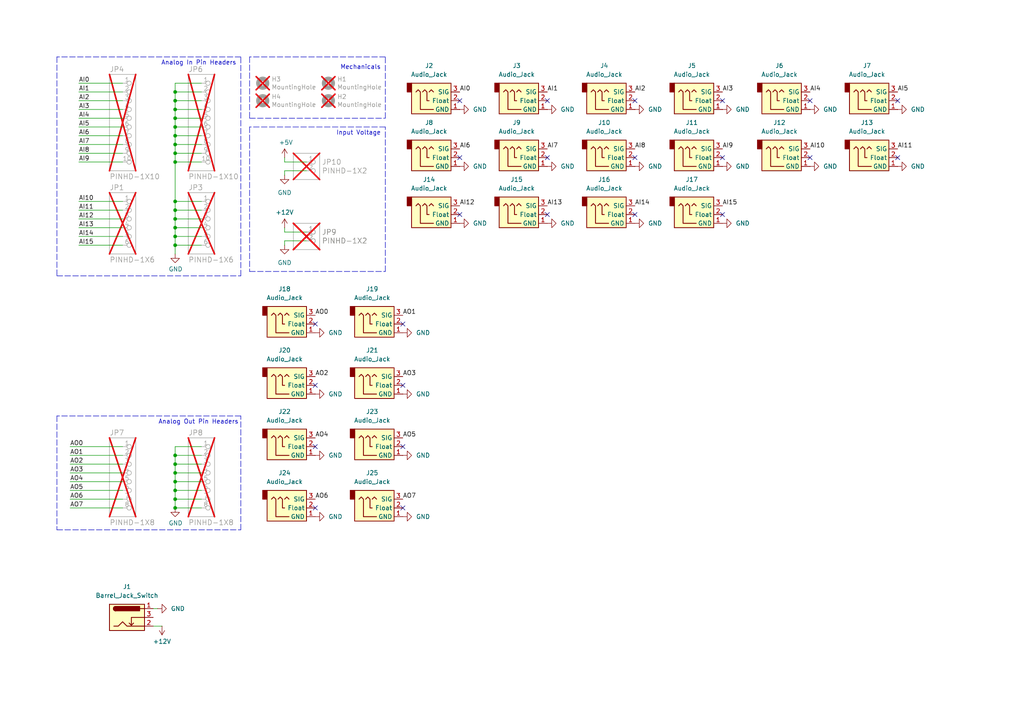
<source format=kicad_sch>
(kicad_sch (version 20250114) (generator "eeschema") (generator_version "9.0")
  (paper "A4")
  (lib_symbols
    (symbol "Connector:Barrel_Jack_Switch" (pin_names (hide yes))
      (property "Reference" "J" (at 0 5.334 0))
      (property "Value" "Barrel_Jack_Switch" (at 0 -5.08 0))
      (symbol "Barrel_Jack_Switch_0_1"
        (rectangle (start -5.08 3.81) (end 5.08 -3.81) (stroke (width 0.254)) (fill (type background)))
        (polyline (pts (xy -3.81 -2.54) (xy -2.54 -2.54) (xy -1.27 -1.27) (xy 0 -2.54) (xy 2.54 -2.54) (xy 5.08 -2.54)) (stroke (width 0.254)))
        (arc (start -3.302 1.905) (mid -3.9343 2.54) (end -3.302 3.175) (stroke (width 0.254)))
        (arc (start -3.302 1.905) (mid -3.9343 2.54) (end -3.302 3.175) (stroke (width 0.254)) (fill (type outline)))
        (polyline (pts (xy 1.27 -2.286) (xy 1.905 -1.651)) (stroke (width 0.254)))
        (rectangle (start 3.683 3.175) (end -3.302 1.905) (stroke (width 0.254)) (fill (type outline)))
        (polyline (pts (xy 5.08 2.54) (xy 3.81 2.54)) (stroke (width 0.254)))
        (polyline (pts (xy 5.08 0) (xy 1.27 0) (xy 1.27 -2.286) (xy 0.635 -1.651)) (stroke (width 0.254)))
      )
      (symbol "Barrel_Jack_Switch_1_1"
        (pin passive line (at 7.62 2.54 180) (length 2.54) (name "~") (number "1"))
        (pin passive line (at 7.62 0 180) (length 2.54) (name "~") (number "3"))
        (pin passive line (at 7.62 -2.54 180) (length 2.54) (name "~") (number "2"))
      )
    )
    (symbol "Modular Shield:MountingHole" (pin_names (offset 1.016)) (in_bom no)
      (property "Reference" "H" (at 0 5.08 0))
      (property "Value" "MountingHole" (at 0 3.175 0))
      (symbol "MountingHole_0_1"
        (circle (center 0 0) (radius 1.27) (stroke (width 1.27)))
      )
      (symbol "MountingHole_1_1"
        (pin no_connect line (at 0 0 90) (length 2.54) (hide yes) (name "") (number "1"))
      )
    )
    (symbol "Modular Shield:PINHD-1X10" (pin_names (offset 1.016))
      (property "Reference" "JP" (at -6.35 13.335 0))
      (property "Value" "PINHD-1X10" (at -6.35 -17.78 0))
      (symbol "PINHD-1X10_1_0"
        (polyline (pts (xy -6.35 12.7) (xy -6.35 -15.24)))
        (polyline (pts (xy -6.35 -15.24) (xy 1.27 -15.24)))
        (polyline (pts (xy 1.27 12.7) (xy -6.35 12.7)))
        (polyline (pts (xy 1.27 -15.24) (xy 1.27 12.7)))
        (pin passive inverted (at -2.54 10.16 0) (length 2.54) (name "1") (number "1"))
        (pin passive inverted (at -2.54 7.62 0) (length 2.54) (name "2") (number "2"))
        (pin passive inverted (at -2.54 5.08 0) (length 2.54) (name "3") (number "3"))
        (pin passive inverted (at -2.54 2.54 0) (length 2.54) (name "4") (number "4"))
        (pin passive inverted (at -2.54 0 0) (length 2.54) (name "5") (number "5"))
        (pin passive inverted (at -2.54 -2.54 0) (length 2.54) (name "6") (number "6"))
        (pin passive inverted (at -2.54 -5.08 0) (length 2.54) (name "7") (number "7"))
        (pin passive inverted (at -2.54 -7.62 0) (length 2.54) (name "8") (number "8"))
        (pin passive inverted (at -2.54 -10.16 0) (length 2.54) (name "9") (number "9"))
        (pin passive inverted (at -2.54 -12.7 0) (length 2.54) (name "10") (number "10"))
      )
    )
    (symbol "Modular Shield:PINHD-1X2" (pin_names (offset 1.016))
      (property "Reference" "JP" (at -3.81 4.445 0))
      (property "Value" "PINHD-1X2" (at -6.35 -10.16 0))
      (symbol "PINHD-1X2_1_0"
        (polyline (pts (xy -3.81 3.81) (xy -3.81 -3.81)))
        (polyline (pts (xy -3.81 -3.81) (xy 3.81 -3.81)))
        (polyline (pts (xy 3.81 3.81) (xy -3.81 3.81)))
        (polyline (pts (xy 3.81 -3.81) (xy 3.81 3.81)))
        (pin passive inverted (at 0 1.27 0) (length 2.54) (name "1") (number "1"))
        (pin passive inverted (at 0 -1.27 0) (length 2.54) (name "2") (number "2"))
      )
    )
    (symbol "Modular Shield:PINHD-1X6" (pin_names (offset 1.016))
      (property "Reference" "JP" (at -6.35 10.795 0))
      (property "Value" "PINHD-1X6" (at -6.35 -10.16 0))
      (symbol "PINHD-1X6_1_0"
        (polyline (pts (xy -6.35 10.16) (xy -6.35 -7.62)))
        (polyline (pts (xy -6.35 -7.62) (xy 1.27 -7.62)))
        (polyline (pts (xy 1.27 10.16) (xy -6.35 10.16)))
        (polyline (pts (xy 1.27 -7.62) (xy 1.27 10.16)))
        (pin passive inverted (at -2.54 7.62 0) (length 2.54) (name "1") (number "1"))
        (pin passive inverted (at -2.54 5.08 0) (length 2.54) (name "2") (number "2"))
        (pin passive inverted (at -2.54 2.54 0) (length 2.54) (name "3") (number "3"))
        (pin passive inverted (at -2.54 0 0) (length 2.54) (name "4") (number "4"))
        (pin passive inverted (at -2.54 -2.54 0) (length 2.54) (name "5") (number "5"))
        (pin passive inverted (at -2.54 -5.08 0) (length 2.54) (name "6") (number "6"))
      )
    )
    (symbol "Modular Shield:PINHD-1X8" (pin_names (offset 1.016))
      (property "Reference" "JP" (at -6.35 10.795 0))
      (property "Value" "PINHD-1X8" (at -6.35 -15.24 0))
      (symbol "PINHD-1X8_1_0"
        (polyline (pts (xy -6.35 10.16) (xy -6.35 -12.7)))
        (polyline (pts (xy -6.35 -12.7) (xy 1.27 -12.7)))
        (polyline (pts (xy 1.27 10.16) (xy -6.35 10.16)))
        (polyline (pts (xy 1.27 -12.7) (xy 1.27 10.16)))
        (pin passive inverted (at -2.54 7.62 0) (length 2.54) (name "1") (number "1"))
        (pin passive inverted (at -2.54 5.08 0) (length 2.54) (name "2") (number "2"))
        (pin passive inverted (at -2.54 2.54 0) (length 2.54) (name "3") (number "3"))
        (pin passive inverted (at -2.54 0 0) (length 2.54) (name "4") (number "4"))
        (pin passive inverted (at -2.54 -2.54 0) (length 2.54) (name "5") (number "5"))
        (pin passive inverted (at -2.54 -5.08 0) (length 2.54) (name "6") (number "6"))
        (pin passive inverted (at -2.54 -7.62 0) (length 2.54) (name "7") (number "7"))
        (pin passive inverted (at -2.54 -10.16 0) (length 2.54) (name "8") (number "8"))
      )
    )
    (symbol "mid_components:Mini_jack"
      (property "Reference" "J" (at -0.762 6.35 0))
      (symbol "Mini_jack_0_1"
        (rectangle (start -7.62 5.08) (end -6.35 2.54) (stroke (width 0.254)) (fill (type outline)))
        (rectangle (start -6.35 5.08) (end 5.08 -3.81) (stroke (width 0.254)) (fill (type background)))
        (polyline (pts (xy -3.175 2.54) (xy -2.54 3.175) (xy -1.905 2.54) (xy -1.905 0) (xy -1.27 0)) (stroke (width 0.254)))
        (polyline (pts (xy -1.27 2.54) (xy -0.635 3.175) (xy 0 2.54) (xy 0 2.54)) (stroke (width 0.254)))
        (polyline (pts (xy 0 -2.54) (xy -3.81 -2.54) (xy -3.81 2.54) (xy -4.445 3.175) (xy -5.08 2.54)) (stroke (width 0.254)))
      )
      (symbol "Mini_jack_1_1"
        (pin passive line (at 7.62 2.54 180) (length 2.54) (name "SIG") (number "3"))
        (pin passive line (at 7.62 0 180) (length 2.54) (name "Float") (number "2"))
        (pin passive line (at 7.62 -2.54 180) (length 2.54) (name "GND") (number "1"))
      )
    )
    (symbol "power:+12V" (power) (pin_numbers (hide yes)) (pin_names (offset 0) (hide yes))
      (property "Value" "+12V" (at 0 3.556 0))
      (symbol "+12V_0_1"
        (polyline (pts (xy -0.762 1.27) (xy 0 2.54)))
        (polyline (pts (xy 0 2.54) (xy 0.762 1.27)))
        (polyline (pts (xy 0 0) (xy 0 2.54)))
      )
      (symbol "+12V_1_1"
        (pin power_in line (at 0 0 90) (length 0) (name "~") (number "1"))
      )
    )
    (symbol "power:+5V" (power) (pin_numbers (hide yes)) (pin_names (offset 0) (hide yes))
      (property "Value" "+5V" (at 0 3.556 0))
      (symbol "+5V_0_1"
        (polyline (pts (xy -0.762 1.27) (xy 0 2.54)))
        (polyline (pts (xy 0 2.54) (xy 0.762 1.27)))
        (polyline (pts (xy 0 0) (xy 0 2.54)))
      )
      (symbol "+5V_1_1"
        (pin power_in line (at 0 0 90) (length 0) (name "~") (number "1"))
      )
    )
    (symbol "power:GND" (power) (pin_numbers (hide yes)) (pin_names (offset 0) (hide yes))
      (property "Value" "GND" (at 0 -3.81 0))
      (symbol "GND_0_1"
        (polyline (pts (xy 0 0) (xy 0 -1.27) (xy 1.27 -1.27) (xy 0 -2.54) (xy -1.27 -1.27) (xy 0 -1.27)))
      )
      (symbol "GND_1_1"
        (pin power_in line (at 0 0 270) (length 0) (name "~") (number "1"))
      )
    )
  )
  (text "Analog Out Pin Headers" (at 69.215 123.19 0) (effects (font (size 1.27 1.27)) (justify right bottom)))
  (text "Mechanicals" (at 110.49 20.32 0) (effects (font (size 1.27 1.27)) (justify right bottom)))
  (text "Input Voltage" (at 110.49 39.37 0) (effects (font (size 1.27 1.27)) (justify right bottom)))
  (text "Analog In Pin Headers" (at 68.58 19.05 0) (effects (font (size 1.27 1.27)) (justify right bottom)))
  (junction (at 50.8 34.29))
  (junction (at 50.8 60.96))
  (junction (at 50.8 71.12))
  (junction (at 50.8 142.24))
  (junction (at 50.8 132.08))
  (junction (at 50.8 147.32))
  (junction (at 50.8 46.99))
  (junction (at 50.8 58.42))
  (junction (at 50.8 139.7))
  (junction (at 50.8 137.16))
  (junction (at 50.8 39.37))
  (junction (at 50.8 134.62))
  (junction (at 50.8 26.67))
  (junction (at 50.8 44.45))
  (junction (at 50.8 68.58))
  (junction (at 50.8 66.04))
  (junction (at 50.8 144.78))
  (junction (at 50.8 36.83))
  (junction (at 50.8 31.75))
  (junction (at 50.8 63.5))
  (junction (at 50.8 29.21))
  (junction (at 50.8 41.91))
  (no_connect (at 91.44 93.98))
  (no_connect (at 209.55 45.72))
  (no_connect (at 158.75 29.21))
  (no_connect (at 116.84 129.54))
  (no_connect (at 184.15 45.72))
  (no_connect (at 116.84 147.32))
  (no_connect (at 91.44 147.32))
  (no_connect (at 133.35 29.21))
  (no_connect (at 116.84 111.76))
  (no_connect (at 209.55 29.21))
  (no_connect (at 133.35 62.23))
  (no_connect (at 91.44 111.76))
  (no_connect (at 234.95 45.72))
  (no_connect (at 91.44 129.54))
  (no_connect (at 184.15 29.21))
  (no_connect (at 133.35 45.72))
  (no_connect (at 116.84 93.98))
  (no_connect (at 260.35 29.21))
  (no_connect (at 260.35 45.72))
  (no_connect (at 184.15 62.23))
  (no_connect (at 158.75 45.72))
  (no_connect (at 209.55 62.23))
  (no_connect (at 234.95 29.21))
  (no_connect (at 158.75 62.23))
  (wire (pts (xy 58.42 71.12) (xy 50.8 71.12)))
  (wire (pts (xy 50.8 71.12) (xy 50.8 73.66)))
  (wire (pts (xy 50.8 46.99) (xy 50.8 44.45)))
  (wire (pts (xy 35.56 142.24) (xy 20.32 142.24)))
  (wire (pts (xy 82.55 69.85) (xy 82.55 71.12)))
  (wire (pts (xy 50.8 132.08) (xy 50.8 134.62)))
  (wire (pts (xy 50.8 46.99) (xy 50.8 58.42)))
  (wire (pts (xy 58.42 26.67) (xy 50.8 26.67)))
  (polyline (pts (xy 72.39 34.29) (xy 111.76 34.29)) (stroke (width 0) (type dash)))
  (wire (pts (xy 50.8 68.58) (xy 50.8 66.04)))
  (wire (pts (xy 35.56 68.58) (xy 22.86 68.58)))
  (wire (pts (xy 50.8 41.91) (xy 50.8 39.37)))
  (wire (pts (xy 50.8 144.78) (xy 50.8 147.32)))
  (wire (pts (xy 82.55 49.53) (xy 82.55 50.8)))
  (wire (pts (xy 50.8 139.7) (xy 50.8 142.24)))
  (wire (pts (xy 50.8 129.54) (xy 50.8 132.08)))
  (wire (pts (xy 50.8 66.04) (xy 50.8 63.5)))
  (wire (pts (xy 35.56 63.5) (xy 22.86 63.5)))
  (wire (pts (xy 35.56 71.12) (xy 22.86 71.12)))
  (wire (pts (xy 35.56 41.91) (xy 22.86 41.91)))
  (polyline (pts (xy 111.76 16.51) (xy 72.39 16.51)) (stroke (width 0) (type dash)))
  (wire (pts (xy 45.72 176.53) (xy 44.45 176.53)))
  (wire (pts (xy 35.56 147.32) (xy 20.32 147.32)))
  (wire (pts (xy 35.56 66.04) (xy 22.86 66.04)))
  (wire (pts (xy 35.56 24.13) (xy 22.86 24.13)))
  (polyline (pts (xy 111.76 36.83) (xy 72.39 36.83)) (stroke (width 0) (type dash)))
  (wire (pts (xy 58.42 39.37) (xy 50.8 39.37)))
  (polyline (pts (xy 16.51 153.67) (xy 69.85 153.67)) (stroke (width 0) (type dash)))
  (wire (pts (xy 35.56 29.21) (xy 22.86 29.21)))
  (wire (pts (xy 58.42 68.58) (xy 50.8 68.58)))
  (wire (pts (xy 88.9 67.31) (xy 82.55 67.31)))
  (wire (pts (xy 50.8 60.96) (xy 50.8 58.42)))
  (wire (pts (xy 58.42 34.29) (xy 50.8 34.29)))
  (polyline (pts (xy 111.76 78.74) (xy 111.76 36.83)) (stroke (width 0) (type dash)))
  (polyline (pts (xy 72.39 36.83) (xy 72.39 78.74)) (stroke (width 0) (type dash)))
  (wire (pts (xy 35.56 132.08) (xy 20.32 132.08)))
  (wire (pts (xy 58.42 147.32) (xy 50.8 147.32)))
  (wire (pts (xy 50.8 29.21) (xy 50.8 26.67)))
  (wire (pts (xy 35.56 58.42) (xy 22.86 58.42)))
  (wire (pts (xy 58.42 44.45) (xy 50.8 44.45)))
  (wire (pts (xy 50.8 39.37) (xy 50.8 36.83)))
  (wire (pts (xy 58.42 142.24) (xy 50.8 142.24)))
  (wire (pts (xy 50.8 26.67) (xy 50.8 24.13)))
  (wire (pts (xy 50.8 31.75) (xy 50.8 29.21)))
  (wire (pts (xy 82.55 46.99) (xy 82.55 45.72)))
  (wire (pts (xy 58.42 41.91) (xy 50.8 41.91)))
  (wire (pts (xy 58.42 46.99) (xy 50.8 46.99)))
  (wire (pts (xy 35.56 139.7) (xy 20.32 139.7)))
  (wire (pts (xy 35.56 39.37) (xy 22.86 39.37)))
  (wire (pts (xy 35.56 26.67) (xy 22.86 26.67)))
  (polyline (pts (xy 72.39 78.74) (xy 111.76 78.74)) (stroke (width 0) (type dash)))
  (wire (pts (xy 35.56 137.16) (xy 20.32 137.16)))
  (polyline (pts (xy 16.51 80.01) (xy 69.85 80.01)) (stroke (width 0) (type dash)))
  (wire (pts (xy 50.8 71.12) (xy 50.8 68.58)))
  (polyline (pts (xy 69.85 153.67) (xy 69.85 120.65)) (stroke (width 0) (type dash)))
  (wire (pts (xy 58.42 60.96) (xy 50.8 60.96)))
  (wire (pts (xy 58.42 63.5) (xy 50.8 63.5)))
  (wire (pts (xy 50.8 142.24) (xy 50.8 144.78)))
  (polyline (pts (xy 16.51 16.51) (xy 16.51 80.01)) (stroke (width 0) (type dash)))
  (wire (pts (xy 50.8 44.45) (xy 50.8 41.91)))
  (wire (pts (xy 58.42 24.13) (xy 50.8 24.13)))
  (wire (pts (xy 58.42 144.78) (xy 50.8 144.78)))
  (wire (pts (xy 88.9 46.99) (xy 82.55 46.99)))
  (wire (pts (xy 35.56 34.29) (xy 22.86 34.29)))
  (wire (pts (xy 82.55 67.31) (xy 82.55 66.04)))
  (wire (pts (xy 58.42 58.42) (xy 50.8 58.42)))
  (wire (pts (xy 58.42 134.62) (xy 50.8 134.62)))
  (wire (pts (xy 35.56 144.78) (xy 20.32 144.78)))
  (wire (pts (xy 46.99 181.61) (xy 44.45 181.61)))
  (wire (pts (xy 35.56 44.45) (xy 22.86 44.45)))
  (polyline (pts (xy 69.85 16.51) (xy 16.51 16.51)) (stroke (width 0) (type dash)))
  (wire (pts (xy 35.56 36.83) (xy 22.86 36.83)))
  (wire (pts (xy 35.56 129.54) (xy 20.32 129.54)))
  (wire (pts (xy 58.42 36.83) (xy 50.8 36.83)))
  (wire (pts (xy 58.42 137.16) (xy 50.8 137.16)))
  (wire (pts (xy 50.8 134.62) (xy 50.8 137.16)))
  (polyline (pts (xy 72.39 16.51) (xy 72.39 34.29)) (stroke (width 0) (type dash)))
  (polyline (pts (xy 69.85 120.65) (xy 16.51 120.65)) (stroke (width 0) (type dash)))
  (polyline (pts (xy 69.85 80.01) (xy 69.85 16.51)) (stroke (width 0) (type dash)))
  (wire (pts (xy 50.8 34.29) (xy 50.8 31.75)))
  (wire (pts (xy 58.42 132.08) (xy 50.8 132.08)))
  (wire (pts (xy 58.42 129.54) (xy 50.8 129.54)))
  (wire (pts (xy 58.42 66.04) (xy 50.8 66.04)))
  (polyline (pts (xy 111.76 34.29) (xy 111.76 16.51)) (stroke (width 0) (type dash)))
  (wire (pts (xy 58.42 139.7) (xy 50.8 139.7)))
  (wire (pts (xy 58.42 29.21) (xy 50.8 29.21)))
  (wire (pts (xy 88.9 69.85) (xy 82.55 69.85)))
  (wire (pts (xy 88.9 49.53) (xy 82.55 49.53)))
  (wire (pts (xy 35.56 46.99) (xy 22.86 46.99)))
  (wire (pts (xy 58.42 31.75) (xy 50.8 31.75)))
  (wire (pts (xy 35.56 31.75) (xy 22.86 31.75)))
  (wire (pts (xy 50.8 137.16) (xy 50.8 139.7)))
  (wire (pts (xy 50.8 36.83) (xy 50.8 34.29)))
  (wire (pts (xy 50.8 63.5) (xy 50.8 60.96)))
  (wire (pts (xy 35.56 60.96) (xy 22.86 60.96)))
  (wire (pts (xy 35.56 134.62) (xy 20.32 134.62)))
  (polyline (pts (xy 16.51 120.65) (xy 16.51 153.67)) (stroke (width 0) (type dash)))
  (label "AI3" (at 22.86 31.75 0))
  (label "AO6" (at 20.32 144.78 0))
  (label "AO1" (at 20.32 132.08 0))
  (label "AI1" (at 22.86 26.67 0))
  (label "AI7" (at 22.86 41.91 0))
  (label "AI7" (at 158.75 43.18 0))
  (label "AI9" (at 209.55 43.18 0))
  (label "AI5" (at 260.35 26.67 0))
  (label "AI4" (at 234.95 26.67 0))
  (label "AI8" (at 22.86 44.45 0))
  (label "AO3" (at 20.32 137.16 0))
  (label "AI4" (at 22.86 34.29 0))
  (label "AI13" (at 158.75 59.69 0))
  (label "AO2" (at 91.44 109.22 0))
  (label "AI0" (at 133.35 26.67 0))
  (label "AI14" (at 184.15 59.69 0))
  (label "AI3" (at 209.55 26.67 0))
  (label "AO1" (at 116.84 91.44 0))
  (label "AO0" (at 20.32 129.54 0))
  (label "AO3" (at 116.84 109.22 0))
  (label "AI14" (at 22.86 68.58 0))
  (label "AO5" (at 116.84 127 0))
  (label "AO4" (at 20.32 139.7 0))
  (label "AI10" (at 22.86 58.42 0))
  (label "AI12" (at 133.35 59.69 0))
  (label "AI2" (at 184.15 26.67 0))
  (label "AI8" (at 184.15 43.18 0))
  (label "AO7" (at 116.84 144.78 0))
  (label "AI0" (at 22.86 24.13 0))
  (label "AO0" (at 91.44 91.44 0))
  (label "AI10" (at 234.95 43.18 0))
  (label "AO7" (at 20.32 147.32 0))
  (label "AI11" (at 260.35 43.18 0))
  (label "AO6" (at 91.44 144.78 0))
  (label "AO4" (at 91.44 127 0))
  (label "AI12" (at 22.86 63.5 0))
  (label "AO2" (at 20.32 134.62 0))
  (label "AI15" (at 22.86 71.12 0))
  (label "AI6" (at 133.35 43.18 0))
  (label "AI6" (at 22.86 39.37 0))
  (label "AI11" (at 22.86 60.96 0))
  (label "AI1" (at 158.75 26.67 0))
  (label "AI15" (at 209.55 59.69 0))
  (label "AI9" (at 22.86 46.99 0))
  (label "AI2" (at 22.86 29.21 0))
  (label "AO5" (at 20.32 142.24 0))
  (label "AI13" (at 22.86 66.04 0))
  (label "AI5" (at 22.86 36.83 0))
  (symbol (lib_id "Modular Shield:PINHD-1X10") (at 38.1 34.29 0) (unit 1) (in_bom no) (dnp yes)
    (property "Reference" "JP4" (at 31.75 20.955 0) (effects (font (size 1.4986 1.4986)) (justify left bottom)))
    (property "Value" "PINHD-1X10" (at 31.75 52.07 0) (effects (font (size 1.4986 1.4986)) (justify left bottom)))
    (property "Footprint" "Modular Shield:1X10-BIG" (effects (hide yes)))
  )
  (symbol (lib_id "Modular Shield:PINHD-1X6") (at 60.96 66.04 0) (unit 1) (in_bom no) (dnp yes)
    (property "Reference" "JP3" (at 54.61 55.245 0) (effects (font (size 1.4986 1.4986)) (justify left bottom)))
    (property "Value" "PINHD-1X6" (at 54.61 76.2 0) (effects (font (size 1.4986 1.4986)) (justify left bottom)))
    (property "Footprint" "Modular Shield:1X06-BIG" (effects (hide yes)))
  )
  (symbol (lib_id "Modular Shield:MountingHole") (at 95.25 24.13 0) (unit 1) (in_bom no) (dnp yes)
    (property "Reference" "H1" (at 97.79 22.9616 0) (effects (justify left)))
    (property "Value" "MountingHole" (at 97.79 25.273 0) (effects (justify left)))
    (property "Footprint" "Modular Shield:MountingHole_2.7mm_M2.5" (effects (hide yes)))
    (property "Description" "Mounting Hole without connection" (effects (hide yes)))
  )
  (symbol (lib_id "Modular Shield:MountingHole") (at 95.25 29.21 0) (unit 1) (in_bom no) (dnp yes)
    (property "Reference" "H2" (at 97.79 28.0416 0) (effects (justify left)))
    (property "Value" "MountingHole" (at 97.79 30.353 0) (effects (justify left)))
    (property "Footprint" "Modular Shield:MountingHole_2.7mm_M2.5" (effects (hide yes)))
    (property "Description" "Mounting Hole without connection" (effects (hide yes)))
  )
  (symbol (lib_id "Modular Shield:MountingHole") (at 76.2 24.13 0) (unit 1) (in_bom no) (dnp yes)
    (property "Reference" "H3" (at 78.74 22.9616 0) (effects (justify left)))
    (property "Value" "MountingHole" (at 78.74 25.273 0) (effects (justify left)))
    (property "Footprint" "Modular Shield:MountingHole_2.7mm_M2.5" (effects (hide yes)))
    (property "Description" "Mounting Hole without connection" (effects (hide yes)))
  )
  (symbol (lib_id "Modular Shield:MountingHole") (at 76.2 29.21 0) (unit 1) (in_bom no) (dnp yes)
    (property "Reference" "H4" (at 78.74 28.0416 0) (effects (justify left)))
    (property "Value" "MountingHole" (at 78.74 30.353 0) (effects (justify left)))
    (property "Footprint" "Modular Shield:MountingHole_2.7mm_M2.5" (effects (hide yes)))
    (property "Description" "Mounting Hole without connection" (effects (hide yes)))
  )
  (symbol (lib_id "power:GND") (at 50.8 73.66 0) (unit 1)
    (property "Reference" "#PWR0110" (effects (hide yes)))
    (property "Value" "GND" (at 50.927 78.0542 0))
    (property "Description" "Power symbol creates a global label with name \"GND\" , ground" (effects (hide yes)))
  )
  (symbol (lib_id "Modular Shield:PINHD-1X10") (at 60.96 34.29 0) (unit 1) (in_bom no) (dnp yes)
    (property "Reference" "JP6" (at 54.61 20.955 0) (effects (font (size 1.4986 1.4986)) (justify left bottom)))
    (property "Value" "PINHD-1X10" (at 54.61 52.07 0) (effects (font (size 1.4986 1.4986)) (justify left bottom)))
    (property "Footprint" "Modular Shield:1X10-BIG" (effects (hide yes)))
  )
  (symbol (lib_id "Modular Shield:PINHD-1X6") (at 38.1 66.04 0) (unit 1) (in_bom no) (dnp yes)
    (property "Reference" "JP1" (at 31.75 55.245 0) (effects (font (size 1.4986 1.4986)) (justify left bottom)))
    (property "Value" "PINHD-1X6" (at 31.75 76.2 0) (effects (font (size 1.4986 1.4986)) (justify left bottom)))
    (property "Footprint" "Modular Shield:1X06-BIG" (effects (hide yes)))
  )
  (symbol (lib_id "mid_components:Mini_jack") (at 83.82 147.32 0) (unit 1)
    (property "Reference" "J24" (at 82.55 137.16 0))
    (property "Value" "Audio_Jack" (at 82.55 139.7 0))
    (property "Footprint" "Mid_board:Mini_Jack" (effects (hide yes)))
  )
  (symbol (lib_id "power:GND") (at 116.84 114.3 90) (unit 1)
    (property "Reference" "#PWR022" (effects (hide yes)))
    (property "Value" "GND" (at 120.65 114.2999 90) (effects (justify right)))
    (property "Description" "Power symbol creates a global label with name \"GND\" , ground" (effects (hide yes)))
  )
  (symbol (lib_id "mid_components:Mini_jack") (at 201.93 62.23 0) (unit 1)
    (property "Reference" "J17" (at 200.66 52.07 0))
    (property "Value" "Audio_Jack" (at 200.66 54.61 0))
    (property "Footprint" "Mid_board:Mini_Jack" (effects (hide yes)))
  )
  (symbol (lib_id "power:GND") (at 260.35 48.26 90) (unit 1)
    (property "Reference" "#PWR014" (effects (hide yes)))
    (property "Value" "GND" (at 264.16 48.2599 90) (effects (justify right)))
    (property "Description" "Power symbol creates a global label with name \"GND\" , ground" (effects (hide yes)))
  )
  (symbol (lib_id "power:GND") (at 184.15 64.77 90) (unit 1)
    (property "Reference" "#PWR017" (effects (hide yes)))
    (property "Value" "GND" (at 187.96 64.7699 90) (effects (justify right)))
    (property "Description" "Power symbol creates a global label with name \"GND\" , ground" (effects (hide yes)))
  )
  (symbol (lib_id "power:GND") (at 209.55 48.26 90) (unit 1)
    (property "Reference" "#PWR012" (effects (hide yes)))
    (property "Value" "GND" (at 213.36 48.2599 90) (effects (justify right)))
    (property "Description" "Power symbol creates a global label with name \"GND\" , ground" (effects (hide yes)))
  )
  (symbol (lib_id "power:GND") (at 184.15 48.26 90) (unit 1)
    (property "Reference" "#PWR011" (effects (hide yes)))
    (property "Value" "GND" (at 187.96 48.2599 90) (effects (justify right)))
    (property "Description" "Power symbol creates a global label with name \"GND\" , ground" (effects (hide yes)))
  )
  (symbol (lib_id "mid_components:Mini_jack") (at 151.13 62.23 0) (unit 1)
    (property "Reference" "J15" (at 149.86 52.07 0))
    (property "Value" "Audio_Jack" (at 149.86 54.61 0))
    (property "Footprint" "Mid_board:Mini_Jack" (effects (hide yes)))
  )
  (symbol (lib_id "mid_components:Mini_jack") (at 83.82 93.98 0) (unit 1)
    (property "Reference" "J18" (at 82.55 83.82 0))
    (property "Value" "Audio_Jack" (at 82.55 86.36 0))
    (property "Footprint" "Mid_board:Mini_Jack" (effects (hide yes)))
  )
  (symbol (lib_id "Modular Shield:PINHD-1X8") (at 38.1 137.16 0) (unit 1) (in_bom no) (dnp yes)
    (property "Reference" "JP7" (at 31.75 126.365 0) (effects (font (size 1.4986 1.4986)) (justify left bottom)))
    (property "Value" "PINHD-1X8" (at 31.75 152.4 0) (effects (font (size 1.4986 1.4986)) (justify left bottom)))
    (property "Footprint" "Modular Shield:1X08-BIG" (effects (hide yes)))
  )
  (symbol (lib_id "mid_components:Mini_jack") (at 227.33 45.72 0) (unit 1)
    (property "Reference" "J12" (at 226.06 35.56 0))
    (property "Value" "Audio_Jack" (at 226.06 38.1 0))
    (property "Footprint" "Mid_board:Mini_Jack" (effects (hide yes)))
  )
  (symbol (lib_id "mid_components:Mini_jack") (at 109.22 93.98 0) (unit 1)
    (property "Reference" "J19" (at 107.95 83.82 0))
    (property "Value" "Audio_Jack" (at 107.95 86.36 0))
    (property "Footprint" "Mid_board:Mini_Jack" (effects (hide yes)))
  )
  (symbol (lib_id "mid_components:Mini_jack") (at 252.73 29.21 0) (unit 1)
    (property "Reference" "J7" (at 251.46 19.05 0))
    (property "Value" "Audio_Jack" (at 251.46 21.59 0))
    (property "Footprint" "Mid_board:Mini_Jack" (effects (hide yes)))
  )
  (symbol (lib_id "power:GND") (at 45.72 176.53 90) (unit 1)
    (property "Reference" "#PWR01" (effects (hide yes)))
    (property "Value" "GND" (at 49.53 176.5299 90) (effects (justify right)))
    (property "Description" "Power symbol creates a global label with name \"GND\" , ground" (effects (hide yes)))
  )
  (symbol (lib_id "mid_components:Mini_jack") (at 176.53 45.72 0) (unit 1)
    (property "Reference" "J10" (at 175.26 35.56 0))
    (property "Value" "Audio_Jack" (at 175.26 38.1 0))
    (property "Footprint" "Mid_board:Mini_Jack" (effects (hide yes)))
  )
  (symbol (lib_id "Modular Shield:PINHD-1X2") (at 88.9 68.58 0) (unit 1) (dnp yes)
    (property "Reference" "JP9" (at 93.345 67.3099 0) (effects (font (size 1.4986 1.4986)) (justify left)))
    (property "Value" "PINHD-1X2" (at 93.345 69.8499 0) (effects (font (size 1.4986 1.4986)) (justify left)))
    (property "Footprint" "Modular Shield:1X02-BIG" (effects (hide yes)))
  )
  (symbol (lib_id "power:GND") (at 82.55 71.12 0) (unit 1)
    (property "Reference" "#PWR032" (effects (hide yes)))
    (property "Value" "GND" (at 82.55 76.2 0))
    (property "Description" "Power symbol creates a global label with name \"GND\" , ground" (effects (hide yes)))
  )
  (symbol (lib_id "mid_components:Mini_jack") (at 201.93 29.21 0) (unit 1)
    (property "Reference" "J5" (at 200.66 19.05 0))
    (property "Value" "Audio_Jack" (at 200.66 21.59 0))
    (property "Footprint" "Mid_board:Mini_Jack" (effects (hide yes)))
  )
  (symbol (lib_id "power:GND") (at 184.15 31.75 90) (unit 1)
    (property "Reference" "#PWR05" (effects (hide yes)))
    (property "Value" "GND" (at 187.96 31.7499 90) (effects (justify right)))
    (property "Description" "Power symbol creates a global label with name \"GND\" , ground" (effects (hide yes)))
  )
  (symbol (lib_id "power:GND") (at 91.44 96.52 90) (unit 1)
    (property "Reference" "#PWR019" (effects (hide yes)))
    (property "Value" "GND" (at 95.25 96.5199 90) (effects (justify right)))
    (property "Description" "Power symbol creates a global label with name \"GND\" , ground" (effects (hide yes)))
  )
  (symbol (lib_id "mid_components:Mini_jack") (at 151.13 29.21 0) (unit 1)
    (property "Reference" "J3" (at 149.86 19.05 0))
    (property "Value" "Audio_Jack" (at 149.86 21.59 0))
    (property "Footprint" "Mid_board:Mini_Jack" (effects (hide yes)))
  )
  (symbol (lib_id "power:GND") (at 158.75 48.26 90) (unit 1)
    (property "Reference" "#PWR010" (effects (hide yes)))
    (property "Value" "GND" (at 162.56 48.2599 90) (effects (justify right)))
    (property "Description" "Power symbol creates a global label with name \"GND\" , ground" (effects (hide yes)))
  )
  (symbol (lib_id "mid_components:Mini_jack") (at 227.33 29.21 0) (unit 1)
    (property "Reference" "J6" (at 226.06 19.05 0))
    (property "Value" "Audio_Jack" (at 226.06 21.59 0))
    (property "Footprint" "Mid_board:Mini_Jack" (effects (hide yes)))
  )
  (symbol (lib_id "power:GND") (at 133.35 48.26 90) (unit 1)
    (property "Reference" "#PWR09" (effects (hide yes)))
    (property "Value" "GND" (at 137.16 48.2599 90) (effects (justify right)))
    (property "Description" "Power symbol creates a global label with name \"GND\" , ground" (effects (hide yes)))
  )
  (symbol (lib_id "mid_components:Mini_jack") (at 83.82 129.54 0) (unit 1)
    (property "Reference" "J22" (at 82.55 119.38 0))
    (property "Value" "Audio_Jack" (at 82.55 121.92 0))
    (property "Footprint" "Mid_board:Mini_Jack" (effects (hide yes)))
  )
  (symbol (lib_id "power:GND") (at 133.35 64.77 90) (unit 1)
    (property "Reference" "#PWR015" (effects (hide yes)))
    (property "Value" "GND" (at 137.16 64.7699 90) (effects (justify right)))
    (property "Description" "Power symbol creates a global label with name \"GND\" , ground" (effects (hide yes)))
  )
  (symbol (lib_id "power:GND") (at 234.95 48.26 90) (unit 1)
    (property "Reference" "#PWR013" (effects (hide yes)))
    (property "Value" "GND" (at 238.76 48.2599 90) (effects (justify right)))
    (property "Description" "Power symbol creates a global label with name \"GND\" , ground" (effects (hide yes)))
  )
  (symbol (lib_id "power:GND") (at 116.84 132.08 90) (unit 1)
    (property "Reference" "#PWR024" (effects (hide yes)))
    (property "Value" "GND" (at 120.65 132.0799 90) (effects (justify right)))
    (property "Description" "Power symbol creates a global label with name \"GND\" , ground" (effects (hide yes)))
  )
  (symbol (lib_id "power:GND") (at 209.55 64.77 90) (unit 1)
    (property "Reference" "#PWR018" (effects (hide yes)))
    (property "Value" "GND" (at 213.36 64.7699 90) (effects (justify right)))
    (property "Description" "Power symbol creates a global label with name \"GND\" , ground" (effects (hide yes)))
  )
  (symbol (lib_id "power:GND") (at 234.95 31.75 90) (unit 1)
    (property "Reference" "#PWR07" (effects (hide yes)))
    (property "Value" "GND" (at 238.76 31.7499 90) (effects (justify right)))
    (property "Description" "Power symbol creates a global label with name \"GND\" , ground" (effects (hide yes)))
  )
  (symbol (lib_id "power:+5V") (at 82.55 45.72 0) (unit 1)
    (property "Reference" "#PWR028" (effects (hide yes)))
    (property "Value" "+5V" (at 82.931 41.3258 0))
    (property "Description" "Power symbol creates a global label with name \"+5V\"" (effects (hide yes)))
  )
  (symbol (lib_id "mid_components:Mini_jack") (at 176.53 62.23 0) (unit 1)
    (property "Reference" "J16" (at 175.26 52.07 0))
    (property "Value" "Audio_Jack" (at 175.26 54.61 0))
    (property "Footprint" "Mid_board:Mini_Jack" (effects (hide yes)))
  )
  (symbol (lib_id "mid_components:Mini_jack") (at 176.53 29.21 0) (unit 1)
    (property "Reference" "J4" (at 175.26 19.05 0))
    (property "Value" "Audio_Jack" (at 175.26 21.59 0))
    (property "Footprint" "Mid_board:Mini_Jack" (effects (hide yes)))
  )
  (symbol (lib_id "mid_components:Mini_jack") (at 201.93 45.72 0) (unit 1)
    (property "Reference" "J11" (at 200.66 35.56 0))
    (property "Value" "Audio_Jack" (at 200.66 38.1 0))
    (property "Footprint" "Mid_board:Mini_Jack" (effects (hide yes)))
  )
  (symbol (lib_id "Connector:Barrel_Jack_Switch") (at 36.83 179.07 0) (unit 1)
    (property "Reference" "J1" (at 36.83 170.18 0))
    (property "Value" "Barrel_Jack_Switch" (at 36.83 172.72 0))
    (property "Footprint" "Mid_board:DC_Jack_2.1" (effects (hide yes)))
    (property "Description" "DC Barrel Jack with an internal switch" (effects (hide yes)))
  )
  (symbol (lib_id "Modular Shield:PINHD-1X8") (at 60.96 137.16 0) (unit 1) (in_bom no) (dnp yes)
    (property "Reference" "JP8" (at 54.61 126.365 0) (effects (font (size 1.4986 1.4986)) (justify left bottom)))
    (property "Value" "PINHD-1X8" (at 54.61 152.4 0) (effects (font (size 1.4986 1.4986)) (justify left bottom)))
    (property "Footprint" "Modular Shield:1X08-BIG" (effects (hide yes)))
  )
  (symbol (lib_id "power:GND") (at 260.35 31.75 90) (unit 1)
    (property "Reference" "#PWR08" (effects (hide yes)))
    (property "Value" "GND" (at 264.16 31.7499 90) (effects (justify right)))
    (property "Description" "Power symbol creates a global label with name \"GND\" , ground" (effects (hide yes)))
  )
  (symbol (lib_id "power:GND") (at 50.8 147.32 0) (unit 1)
    (property "Reference" "#PWR027" (effects (hide yes)))
    (property "Value" "GND" (at 50.927 151.7142 0))
    (property "Description" "Power symbol creates a global label with name \"GND\" , ground" (effects (hide yes)))
  )
  (symbol (lib_id "power:GND") (at 133.35 31.75 90) (unit 1)
    (property "Reference" "#PWR03" (effects (hide yes)))
    (property "Value" "GND" (at 137.16 31.7499 90) (effects (justify right)))
    (property "Description" "Power symbol creates a global label with name \"GND\" , ground" (effects (hide yes)))
  )
  (symbol (lib_id "power:GND") (at 91.44 114.3 90) (unit 1)
    (property "Reference" "#PWR021" (effects (hide yes)))
    (property "Value" "GND" (at 95.25 114.2999 90) (effects (justify right)))
    (property "Description" "Power symbol creates a global label with name \"GND\" , ground" (effects (hide yes)))
  )
  (symbol (lib_id "power:GND") (at 158.75 31.75 90) (unit 1)
    (property "Reference" "#PWR04" (effects (hide yes)))
    (property "Value" "GND" (at 162.56 31.7499 90) (effects (justify right)))
    (property "Description" "Power symbol creates a global label with name \"GND\" , ground" (effects (hide yes)))
  )
  (symbol (lib_id "power:GND") (at 158.75 64.77 90) (unit 1)
    (property "Reference" "#PWR016" (effects (hide yes)))
    (property "Value" "GND" (at 162.56 64.7699 90) (effects (justify right)))
    (property "Description" "Power symbol creates a global label with name \"GND\" , ground" (effects (hide yes)))
  )
  (symbol (lib_id "power:GND") (at 116.84 149.86 90) (unit 1)
    (property "Reference" "#PWR026" (effects (hide yes)))
    (property "Value" "GND" (at 120.65 149.8599 90) (effects (justify right)))
    (property "Description" "Power symbol creates a global label with name \"GND\" , ground" (effects (hide yes)))
  )
  (symbol (lib_id "mid_components:Mini_jack") (at 83.82 111.76 0) (unit 1)
    (property "Reference" "J20" (at 82.55 101.6 0))
    (property "Value" "Audio_Jack" (at 82.55 104.14 0))
    (property "Footprint" "Mid_board:Mini_Jack" (effects (hide yes)))
  )
  (symbol (lib_id "mid_components:Mini_jack") (at 109.22 111.76 0) (unit 1)
    (property "Reference" "J21" (at 107.95 101.6 0))
    (property "Value" "Audio_Jack" (at 107.95 104.14 0))
    (property "Footprint" "Mid_board:Mini_Jack" (effects (hide yes)))
  )
  (symbol (lib_id "power:GND") (at 91.44 132.08 90) (unit 1)
    (property "Reference" "#PWR023" (effects (hide yes)))
    (property "Value" "GND" (at 95.25 132.0799 90) (effects (justify right)))
    (property "Description" "Power symbol creates a global label with name \"GND\" , ground" (effects (hide yes)))
  )
  (symbol (lib_id "mid_components:Mini_jack") (at 125.73 45.72 0) (unit 1)
    (property "Reference" "J8" (at 124.46 35.56 0))
    (property "Value" "Audio_Jack" (at 124.46 38.1 0))
    (property "Footprint" "Mid_board:Mini_Jack" (effects (hide yes)))
  )
  (symbol (lib_id "power:+12V") (at 46.99 181.61 180) (unit 1)
    (property "Reference" "#PWR02" (effects (hide yes)))
    (property "Value" "+12V" (at 46.99 186.055 0))
    (property "Description" "Power symbol creates a global label with name \"+12V\"" (effects (hide yes)))
  )
  (symbol (lib_id "power:GND") (at 209.55 31.75 90) (unit 1)
    (property "Reference" "#PWR06" (effects (hide yes)))
    (property "Value" "GND" (at 213.36 31.7499 90) (effects (justify right)))
    (property "Description" "Power symbol creates a global label with name \"GND\" , ground" (effects (hide yes)))
  )
  (symbol (lib_id "power:GND") (at 116.84 96.52 90) (unit 1)
    (property "Reference" "#PWR020" (effects (hide yes)))
    (property "Value" "GND" (at 120.65 96.5199 90) (effects (justify right)))
    (property "Description" "Power symbol creates a global label with name \"GND\" , ground" (effects (hide yes)))
  )
  (symbol (lib_id "mid_components:Mini_jack") (at 109.22 147.32 0) (unit 1)
    (property "Reference" "J25" (at 107.95 137.16 0))
    (property "Value" "Audio_Jack" (at 107.95 139.7 0))
    (property "Footprint" "Mid_board:Mini_Jack" (effects (hide yes)))
  )
  (symbol (lib_id "mid_components:Mini_jack") (at 151.13 45.72 0) (unit 1)
    (property "Reference" "J9" (at 149.86 35.56 0))
    (property "Value" "Audio_Jack" (at 149.86 38.1 0))
    (property "Footprint" "Mid_board:Mini_Jack" (effects (hide yes)))
  )
  (symbol (lib_id "power:GND") (at 91.44 149.86 90) (unit 1)
    (property "Reference" "#PWR025" (effects (hide yes)))
    (property "Value" "GND" (at 95.25 149.8599 90) (effects (justify right)))
    (property "Description" "Power symbol creates a global label with name \"GND\" , ground" (effects (hide yes)))
  )
  (symbol (lib_id "power:GND") (at 82.55 50.8 0) (unit 1)
    (property "Reference" "#PWR029" (effects (hide yes)))
    (property "Value" "GND" (at 82.55 55.88 0))
    (property "Description" "Power symbol creates a global label with name \"GND\" , ground" (effects (hide yes)))
  )
  (symbol (lib_id "mid_components:Mini_jack") (at 125.73 62.23 0) (unit 1)
    (property "Reference" "J14" (at 124.46 52.07 0))
    (property "Value" "Audio_Jack" (at 124.46 54.61 0))
    (property "Footprint" "Mid_board:Mini_Jack" (effects (hide yes)))
  )
  (symbol (lib_id "mid_components:Mini_jack") (at 125.73 29.21 0) (unit 1)
    (property "Reference" "J2" (at 124.46 19.05 0))
    (property "Value" "Audio_Jack" (at 124.46 21.59 0))
    (property "Footprint" "Mid_board:Mini_Jack" (effects (hide yes)))
  )
  (symbol (lib_id "mid_components:Mini_jack") (at 252.73 45.72 0) (unit 1)
    (property "Reference" "J13" (at 251.46 35.56 0))
    (property "Value" "Audio_Jack" (at 251.46 38.1 0))
    (property "Footprint" "Mid_board:Mini_Jack" (effects (hide yes)))
  )
  (symbol (lib_id "mid_components:Mini_jack") (at 109.22 129.54 0) (unit 1)
    (property "Reference" "J23" (at 107.95 119.38 0))
    (property "Value" "Audio_Jack" (at 107.95 121.92 0))
    (property "Footprint" "Mid_board:Mini_Jack" (effects (hide yes)))
  )
  (symbol (lib_id "power:+12V") (at 82.55 66.04 0) (unit 1)
    (property "Reference" "#PWR031" (effects (hide yes)))
    (property "Value" "+12V" (at 82.55 61.595 0))
    (property "Description" "Power symbol creates a global label with name \"+12V\"" (effects (hide yes)))
  )
  (symbol (lib_id "Modular Shield:PINHD-1X2") (at 88.9 48.26 0) (unit 1) (dnp yes)
    (property "Reference" "JP10" (at 93.345 46.9899 0) (effects (font (size 1.4986 1.4986)) (justify left)))
    (property "Value" "PINHD-1X2" (at 93.345 49.5299 0) (effects (font (size 1.4986 1.4986)) (justify left)))
    (property "Footprint" "Modular Shield:1X02-BIG" (effects (hide yes)))
  )
)
</source>
